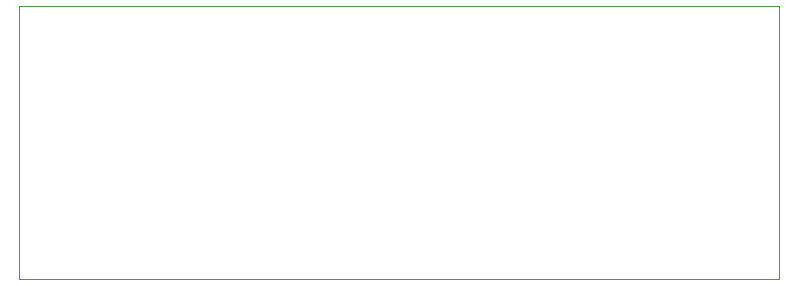
<source format=gm1>
G04*
G04 #@! TF.GenerationSoftware,Altium Limited,Altium Designer,19.0.15 (446)*
G04*
G04 Layer_Color=1930808*
%FSLAX24Y24*%
%MOIN*%
G70*
G01*
G75*
%ADD16C,0.0005*%
D16*
X25315Y0D02*
Y9094D01*
X0Y0D02*
Y9094D01*
X25315D01*
X0Y0D02*
X25315D01*
Y9094D01*
X0Y0D02*
Y9094D01*
X25315D01*
X0Y0D02*
X25315D01*
M02*

</source>
